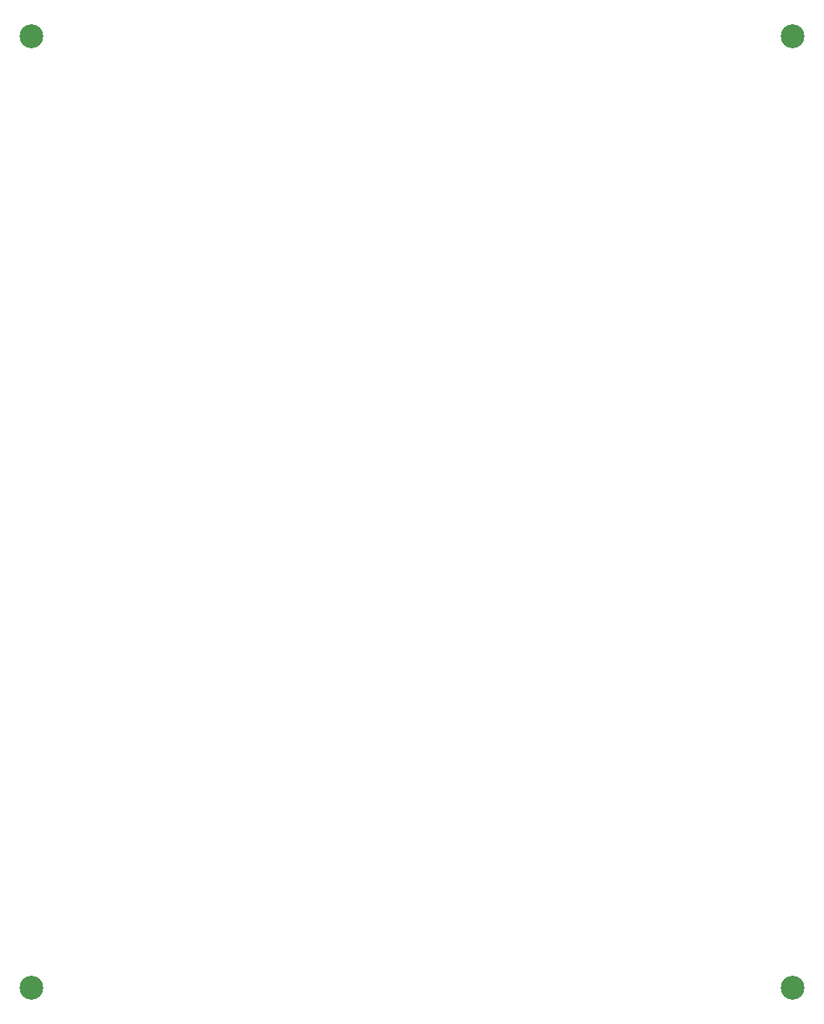
<source format=gbr>
%TF.GenerationSoftware,KiCad,Pcbnew,(6.0.5)*%
%TF.CreationDate,2022-11-09T23:01:59+01:00*%
%TF.ProjectId,piezo_driver_panel,7069657a-6f5f-4647-9269-7665725f7061,rev?*%
%TF.SameCoordinates,PXe4e1c0PYe4e1c0*%
%TF.FileFunction,Glue,Bot*%
%TF.FilePolarity,Positive*%
%FSLAX46Y46*%
G04 Gerber Fmt 4.6, Leading zero omitted, Abs format (unit mm)*
G04 Created by KiCad (PCBNEW (6.0.5)) date 2022-11-09 23:01:59*
%MOMM*%
%LPD*%
G01*
G04 APERTURE LIST*
%ADD10C,2.500000*%
G04 APERTURE END LIST*
D10*
%TO.C,REF\u002A\u002A*%
X2500000Y-102500000D03*
%TD*%
%TO.C,REF\u002A\u002A*%
X2500000Y-2500000D03*
%TD*%
%TO.C,REF\u002A\u002A*%
X82500000Y-2500000D03*
%TD*%
%TO.C,REF\u002A\u002A*%
X82500000Y-102500000D03*
%TD*%
M02*

</source>
